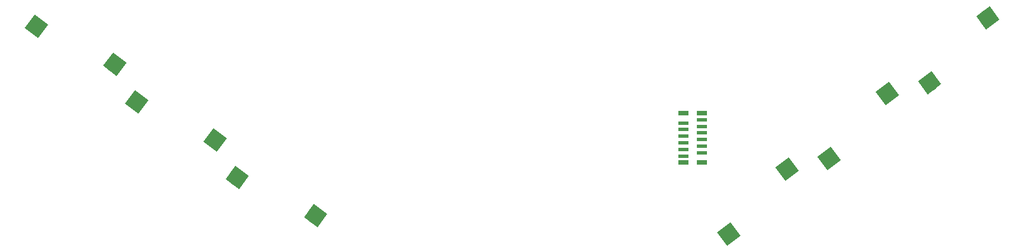
<source format=gbr>
G04 #@! TF.GenerationSoftware,KiCad,Pcbnew,(5.1.4)-1*
G04 #@! TF.CreationDate,2023-05-25T15:27:45-04:00*
G04 #@! TF.ProjectId,ThumbsUp,5468756d-6273-4557-902e-6b696361645f,rev?*
G04 #@! TF.SameCoordinates,Original*
G04 #@! TF.FileFunction,Paste,Bot*
G04 #@! TF.FilePolarity,Positive*
%FSLAX46Y46*%
G04 Gerber Fmt 4.6, Leading zero omitted, Abs format (unit mm)*
G04 Created by KiCad (PCBNEW (5.1.4)-1) date 2023-05-25 15:27:45*
%MOMM*%
%LPD*%
G04 APERTURE LIST*
%ADD10C,2.500000*%
%ADD11C,0.100000*%
%ADD12R,1.500000X0.800000*%
%ADD13R,1.500000X0.600000*%
G04 APERTURE END LIST*
D10*
X99702944Y147012618D03*
D11*
G36*
X97932415Y146781638D02*
G01*
X99436953Y148778227D01*
X101473473Y147243598D01*
X99968935Y145247009D01*
X97932415Y146781638D01*
X97932415Y146781638D01*
G37*
D10*
X111555515Y141261489D03*
D11*
G36*
X109784986Y141030509D02*
G01*
X111289524Y143027098D01*
X113326044Y141492469D01*
X111821506Y139495880D01*
X109784986Y141030509D01*
X109784986Y141030509D01*
G37*
D10*
X84528870Y158447104D03*
D11*
G36*
X82758341Y158216124D02*
G01*
X84262879Y160212713D01*
X86299399Y158678084D01*
X84794861Y156681495D01*
X82758341Y158216124D01*
X82758341Y158216124D01*
G37*
D10*
X96381441Y152695975D03*
D11*
G36*
X94610912Y152464995D02*
G01*
X96115450Y154461584D01*
X98151970Y152926955D01*
X96647432Y150930366D01*
X94610912Y152464995D01*
X94610912Y152464995D01*
G37*
D10*
X197976015Y159711321D03*
D11*
G36*
X197710024Y157945712D02*
G01*
X196205486Y159942301D01*
X198242006Y161476930D01*
X199746544Y159480341D01*
X197710024Y157945712D01*
X197710024Y157945712D01*
G37*
D10*
X189180664Y149903124D03*
D11*
G36*
X188914673Y148137515D02*
G01*
X187410135Y150134104D01*
X189446655Y151668733D01*
X190951193Y149672144D01*
X188914673Y148137515D01*
X188914673Y148137515D01*
G37*
D10*
X204354739Y161337610D03*
D11*
G36*
X204088748Y159572001D02*
G01*
X202584210Y161568590D01*
X204620730Y163103219D01*
X206125268Y161106630D01*
X204088748Y159572001D01*
X204088748Y159572001D01*
G37*
D10*
X213150090Y171145807D03*
D11*
G36*
X212884099Y169380198D02*
G01*
X211379561Y171376787D01*
X213416081Y172911416D01*
X214920619Y170914827D01*
X212884099Y169380198D01*
X212884099Y169380198D01*
G37*
D10*
X81207366Y164130460D03*
D11*
G36*
X79436837Y163899480D02*
G01*
X80941375Y165896069D01*
X82977895Y164361440D01*
X81473357Y162364851D01*
X79436837Y163899480D01*
X79436837Y163899480D01*
G37*
D10*
X69354795Y169881589D03*
D11*
G36*
X67584266Y169650609D02*
G01*
X69088804Y171647198D01*
X71125324Y170112569D01*
X69620786Y168115980D01*
X67584266Y169650609D01*
X67584266Y169650609D01*
G37*
D10*
X182801941Y148276837D03*
D11*
G36*
X182535950Y146511228D02*
G01*
X181031412Y148507817D01*
X183067932Y150042446D01*
X184572470Y148045857D01*
X182535950Y146511228D01*
X182535950Y146511228D01*
G37*
D10*
X174006590Y138468640D03*
D11*
G36*
X173740599Y136703031D02*
G01*
X172236061Y138699620D01*
X174272581Y140234249D01*
X175777119Y138237660D01*
X173740599Y136703031D01*
X173740599Y136703031D01*
G37*
D12*
X167100000Y149250000D03*
X169900000Y149250000D03*
X167100000Y156750000D03*
X169900000Y156750000D03*
D13*
X167100000Y150250000D03*
X169900000Y150750000D03*
X167100000Y151250000D03*
X169900000Y151750000D03*
X167100000Y152250000D03*
X169900000Y152750000D03*
X167100000Y153250000D03*
X169900000Y153750000D03*
X167100000Y154250000D03*
X169900000Y154750000D03*
X167100000Y155250000D03*
X169900000Y155750000D03*
M02*

</source>
